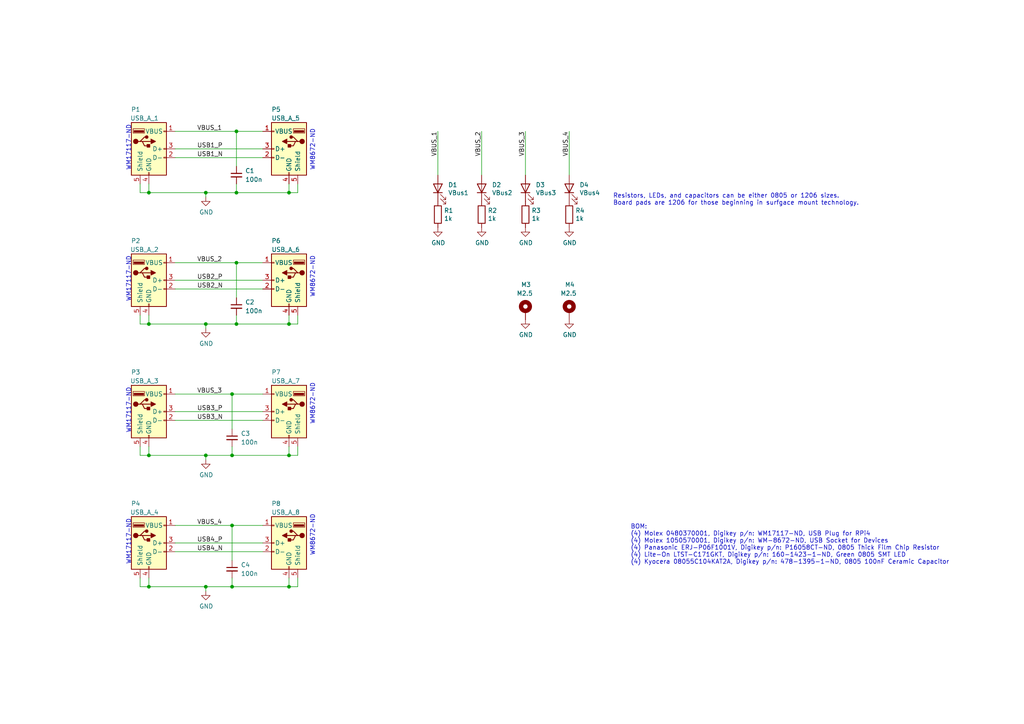
<source format=kicad_sch>
(kicad_sch (version 20211123) (generator eeschema)
  (paper "A4")
  (title_block (title "USB-A Breakout Board for Wigle Bottle") (date "2022-04-10") (rev "1.0") (company "B. Kobe"))
  (lib_symbols
    (symbol "Connector:USB_A" (pin_names (offset 1.016))
      (property "Reference" "J" (at -5.08 11.43 0))
      (property "Value" "USB_A" (at -5.08 8.89 0))
      (symbol "USB_A_0_1"
        (rectangle (start -5.08 -7.62) (end 5.08 7.62) (stroke (width 0.254)) (fill (type background)))
        (circle (center -3.81 2.159) (radius 0.635) (stroke (width 0.254)) (fill (type outline)))
        (rectangle (start -1.524 4.826) (end -4.318 5.334) (fill (type outline)))
        (rectangle (start -1.27 4.572) (end -4.572 5.842))
        (circle (center -0.635 3.429) (radius 0.381) (stroke (width 0.254)) (fill (type outline)))
        (rectangle (start -0.127 -7.62) (end 0.127 -6.858))
        (polyline (pts (xy -3.175 2.159) (xy -2.54 2.159) (xy -1.27 3.429) (xy -0.635 3.429)) (stroke (width 0.254)))
        (polyline (pts (xy -2.54 2.159) (xy -1.905 2.159) (xy -1.27 0.889) (xy 0 0.889)) (stroke (width 0.254)))
        (polyline (pts (xy 0.635 2.794) (xy 0.635 1.524) (xy 1.905 2.159) (xy 0.635 2.794)) (stroke (width 0.254)) (fill (type outline)))
        (rectangle (start 0.254 1.27) (end -0.508 0.508) (stroke (width 0.254)) (fill (type outline)))
        (rectangle (start 5.08 -2.667) (end 4.318 -2.413))
        (rectangle (start 5.08 -0.127) (end 4.318 0.127))
        (rectangle (start 5.08 4.953) (end 4.318 5.207))
      )
      (symbol "USB_A_1_1"
        (polyline (pts (xy -1.905 2.159) (xy 0.635 2.159)) (stroke (width 0.254)))
        (pin power_in line (at 7.62 5.08 180) (length 2.54) (name "VBUS") (number "1"))
        (pin bidirectional line (at 7.62 -2.54 180) (length 2.54) (name "D-") (number "2"))
        (pin bidirectional line (at 7.62 0 180) (length 2.54) (name "D+") (number "3"))
        (pin power_in line (at 0 -10.16 90) (length 2.54) (name "GND") (number "4"))
        (pin passive line (at -2.54 -10.16 90) (length 2.54) (name "Shield") (number "5"))
      )
    )
    (symbol "Device:C_Small" (pin_numbers hide) (pin_names (offset 0.254) hide)
      (property "Reference" "C" (at 0.254 1.778 0))
      (property "Value" "C_Small" (at 0.254 -2.032 0))
      (symbol "C_Small_0_1"
        (polyline (pts (xy -1.524 -0.508) (xy 1.524 -0.508)) (stroke (width 0.3302)))
        (polyline (pts (xy -1.524 0.508) (xy 1.524 0.508)) (stroke (width 0.3048)))
      )
      (symbol "C_Small_1_1"
        (pin passive line (at 0 2.54 270) (length 2.032) (name "~") (number "1"))
        (pin passive line (at 0 -2.54 90) (length 2.032) (name "~") (number "2"))
      )
    )
    (symbol "Device:LED" (pin_numbers hide) (pin_names (offset 1.016) hide)
      (property "Reference" "D" (at 0 2.54 0))
      (property "Value" "LED" (at 0 -2.54 0))
      (symbol "LED_0_1"
        (polyline (pts (xy -1.27 -1.27) (xy -1.27 1.27)) (stroke (width 0.254)))
        (polyline (pts (xy -1.27 0) (xy 1.27 0)))
        (polyline (pts (xy 1.27 -1.27) (xy 1.27 1.27) (xy -1.27 0) (xy 1.27 -1.27)) (stroke (width 0.254)))
        (polyline (pts (xy -3.048 -0.762) (xy -4.572 -2.286) (xy -3.81 -2.286) (xy -4.572 -2.286) (xy -4.572 -1.524)))
        (polyline (pts (xy -1.778 -0.762) (xy -3.302 -2.286) (xy -2.54 -2.286) (xy -3.302 -2.286) (xy -3.302 -1.524)))
      )
      (symbol "LED_1_1"
        (pin passive line (at -3.81 0 0) (length 2.54) (name "K") (number "1"))
        (pin passive line (at 3.81 0 180) (length 2.54) (name "A") (number "2"))
      )
    )
    (symbol "Device:R" (pin_numbers hide) (pin_names (offset 0))
      (property "Reference" "R" (at 2.032 0 90))
      (property "Value" "R" (at 0 0 90))
      (symbol "R_0_1"
        (rectangle (start -1.016 -2.54) (end 1.016 2.54) (stroke (width 0.254)))
      )
      (symbol "R_1_1"
        (pin passive line (at 0 3.81 270) (length 1.27) (name "~") (number "1"))
        (pin passive line (at 0 -3.81 90) (length 1.27) (name "~") (number "2"))
      )
    )
    (symbol "Mechanical:MountingHole_Pad" (pin_numbers hide) (pin_names (offset 1.016) hide)
      (property "Reference" "H" (at 0 6.35 0))
      (property "Value" "MountingHole_Pad" (at 0 4.445 0))
      (symbol "MountingHole_Pad_0_1"
        (circle (center 0 1.27) (radius 1.27) (stroke (width 1.27)))
      )
      (symbol "MountingHole_Pad_1_1"
        (pin input line (at 0 -2.54 90) (length 2.54) (name "1") (number "1"))
      )
    )
    (symbol "power:GND" (power) (pin_names (offset 0))
      (property "Value" "GND" (at 0 -3.81 0))
      (symbol "GND_0_1"
        (polyline (pts (xy 0 0) (xy 0 -1.27) (xy 1.27 -1.27) (xy 0 -2.54) (xy -1.27 -1.27) (xy 0 -1.27)))
      )
      (symbol "GND_1_1"
        (pin power_in line (at 0 0 270) (length 0) hide (name "GND") (number "1"))
      )
    )
  )
  (junction (at 59.69 170.18))
  (junction (at 59.69 132.08))
  (junction (at 43.18 170.18))
  (junction (at 68.58 76.2))
  (junction (at 43.18 55.88))
  (junction (at 67.31 170.18))
  (junction (at 83.82 93.98))
  (junction (at 43.18 93.98))
  (junction (at 83.82 132.08))
  (junction (at 83.82 170.18))
  (junction (at 59.69 93.98))
  (junction (at 59.69 55.88))
  (junction (at 67.31 152.4))
  (junction (at 43.18 132.08))
  (junction (at 68.58 38.1))
  (junction (at 83.82 55.88))
  (junction (at 67.31 132.08))
  (junction (at 67.31 114.3))
  (junction (at 68.58 93.98))
  (junction (at 68.58 55.88))
  (wire (pts (xy 43.18 91.44) (xy 43.18 93.98)))
  (wire (pts (xy 50.8 43.18) (xy 76.2 43.18)))
  (wire (pts (xy 83.82 132.08) (xy 83.82 129.54)))
  (wire (pts (xy 67.31 114.3) (xy 67.31 124.46)))
  (wire (pts (xy 68.58 76.2) (xy 76.2 76.2)))
  (wire (pts (xy 50.8 119.38) (xy 76.2 119.38)))
  (wire (pts (xy 68.58 91.44) (xy 68.58 93.98)))
  (wire (pts (xy 43.18 129.54) (xy 43.18 132.08)))
  (wire (pts (xy 139.7 50.8) (xy 139.7 38.1)))
  (wire (pts (xy 67.31 114.3) (xy 76.2 114.3)))
  (wire (pts (xy 67.31 129.54) (xy 67.31 132.08)))
  (wire (pts (xy 59.69 55.88) (xy 68.58 55.88)))
  (wire (pts (xy 50.8 38.1) (xy 68.58 38.1)))
  (wire (pts (xy 50.8 81.28) (xy 76.2 81.28)))
  (wire (pts (xy 165.1 50.8) (xy 165.1 38.1)))
  (wire (pts (xy 67.31 170.18) (xy 83.82 170.18)))
  (wire (pts (xy 83.82 93.98) (xy 86.36 93.98)))
  (wire (pts (xy 86.36 170.18) (xy 86.36 167.64)))
  (wire (pts (xy 59.69 133.35) (xy 59.69 132.08)))
  (wire (pts (xy 86.36 93.98) (xy 86.36 91.44)))
  (wire (pts (xy 50.8 121.92) (xy 76.2 121.92)))
  (wire (pts (xy 50.8 83.82) (xy 76.2 83.82)))
  (wire (pts (xy 68.58 55.88) (xy 83.82 55.88)))
  (wire (pts (xy 59.69 132.08) (xy 67.31 132.08)))
  (wire (pts (xy 40.64 53.34) (xy 40.64 55.88)))
  (wire (pts (xy 86.36 55.88) (xy 86.36 53.34)))
  (wire (pts (xy 59.69 171.45) (xy 59.69 170.18)))
  (wire (pts (xy 43.18 93.98) (xy 59.69 93.98)))
  (wire (pts (xy 67.31 152.4) (xy 67.31 162.56)))
  (wire (pts (xy 83.82 132.08) (xy 86.36 132.08)))
  (wire (pts (xy 50.8 76.2) (xy 68.58 76.2)))
  (wire (pts (xy 83.82 170.18) (xy 86.36 170.18)))
  (wire (pts (xy 43.18 132.08) (xy 59.69 132.08)))
  (wire (pts (xy 68.58 93.98) (xy 83.82 93.98)))
  (wire (pts (xy 152.4 50.8) (xy 152.4 38.1)))
  (wire (pts (xy 83.82 55.88) (xy 86.36 55.88)))
  (wire (pts (xy 86.36 132.08) (xy 86.36 129.54)))
  (wire (pts (xy 83.82 170.18) (xy 83.82 167.64)))
  (wire (pts (xy 59.69 170.18) (xy 67.31 170.18)))
  (wire (pts (xy 40.64 129.54) (xy 40.64 132.08)))
  (wire (pts (xy 68.58 38.1) (xy 68.58 48.26)))
  (wire (pts (xy 40.64 93.98) (xy 43.18 93.98)))
  (wire (pts (xy 40.64 55.88) (xy 43.18 55.88)))
  (wire (pts (xy 59.69 57.15) (xy 59.69 55.88)))
  (wire (pts (xy 83.82 93.98) (xy 83.82 91.44)))
  (wire (pts (xy 59.69 95.25) (xy 59.69 93.98)))
  (wire (pts (xy 40.64 91.44) (xy 40.64 93.98)))
  (wire (pts (xy 50.8 160.02) (xy 76.2 160.02)))
  (wire (pts (xy 50.8 114.3) (xy 67.31 114.3)))
  (wire (pts (xy 50.8 157.48) (xy 76.2 157.48)))
  (wire (pts (xy 83.82 55.88) (xy 83.82 53.34)))
  (wire (pts (xy 40.64 167.64) (xy 40.64 170.18)))
  (wire (pts (xy 43.18 53.34) (xy 43.18 55.88)))
  (wire (pts (xy 43.18 55.88) (xy 59.69 55.88)))
  (wire (pts (xy 127 50.8) (xy 127 38.1)))
  (wire (pts (xy 40.64 132.08) (xy 43.18 132.08)))
  (wire (pts (xy 59.69 93.98) (xy 68.58 93.98)))
  (wire (pts (xy 67.31 152.4) (xy 76.2 152.4)))
  (wire (pts (xy 43.18 167.64) (xy 43.18 170.18)))
  (wire (pts (xy 40.64 170.18) (xy 43.18 170.18)))
  (wire (pts (xy 67.31 167.64) (xy 67.31 170.18)))
  (wire (pts (xy 68.58 53.34) (xy 68.58 55.88)))
  (wire (pts (xy 50.8 152.4) (xy 67.31 152.4)))
  (wire (pts (xy 67.31 132.08) (xy 83.82 132.08)))
  (wire (pts (xy 68.58 38.1) (xy 76.2 38.1)))
  (wire (pts (xy 68.58 76.2) (xy 68.58 86.36)))
  (wire (pts (xy 50.8 45.72) (xy 76.2 45.72)))
  (wire (pts (xy 43.18 170.18) (xy 59.69 170.18)))
  (text "WM17117-ND" (at 38.1 49.53 90) (effects (font (size 1.27 1.27)) (justify left bottom)))
  (text "BOM:\n(4) Molex 0480370001, Digikey p/n: WM17117-ND, USB Plug for RPi4\n(4) Molex 1050570001, Digikey p/n: WM-8672-ND, USB Socket for Devices\n(4) Panasonic ERJ-P06F1001V, Digikey p/n: P16058CT-ND, 0805 Thick Film Chip Resistor\n(4) Lite-On LTST-C171GKT, Digikey p/n: 160-1423-1-ND, Green 0805 SMT LED\n(4) Kyocera 08055C104KAT2A, Digikey p/n: 478-1395-1-ND, 0805 100nF Ceramic Capacitor" (at 182.88 163.83 0) (effects (font (size 1.27 1.27)) (justify left bottom)))
  (text "WM8672-ND" (at 91.44 161.29 90) (effects (font (size 1.27 1.27)) (justify left bottom)))
  (text "WM8672-ND" (at 91.44 123.19 90) (effects (font (size 1.27 1.27)) (justify left bottom)))
  (text "WM17117-ND" (at 38.1 163.83 90) (effects (font (size 1.27 1.27)) (justify left bottom)))
  (text "Resistors, LEDs, and capacitors can be either 0805 or 1206 sizes.\nBoard pads are 1206 for those beginning in surfgace mount technology." (at 177.8 59.69 0) (effects (font (size 1.27 1.27)) (justify left bottom)))
  (text "WM8672-ND" (at 91.44 49.53 90) (effects (font (size 1.27 1.27)) (justify left bottom)))
  (text "WM17117-ND" (at 38.1 125.73 90) (effects (font (size 1.27 1.27)) (justify left bottom)))
  (text "WM17117-ND" (at 38.1 87.63 90) (effects (font (size 1.27 1.27)) (justify left bottom)))
  (text "WM8672-ND" (at 91.44 86.36 90) (effects (font (size 1.27 1.27)) (justify left bottom)))
  (label "USB4_P" (at 57.15 157.48 0))
  (label "VBUS_1" (at 127 38.1 270))
  (label "VBUS_4" (at 57.15 152.4 0))
  (label "USB3_P" (at 57.15 119.38 0))
  (label "VBUS_1" (at 57.15 38.1 0))
  (label "USB2_P" (at 57.15 81.28 0))
  (label "USB2_N" (at 57.15 83.82 0))
  (label "VBUS_3" (at 152.4 38.1 270))
  (label "VBUS_3" (at 57.15 114.3 0))
  (label "USB1_N" (at 57.15 45.72 0))
  (label "VBUS_2" (at 139.7 38.1 270))
  (label "USB1_P" (at 57.15 43.18 0))
  (label "VBUS_2" (at 57.15 76.2 0))
  (label "USB4_N" (at 57.15 160.02 0))
  (label "USB3_N" (at 57.15 121.92 0))
  (label "VBUS_4" (at 165.1 38.1 270))
  (symbol (lib_id "Connector:USB_A") (at 43.18 43.18 0) (unit 1)
    (property "Reference" "P1" (at 39.37 31.75 0))
    (property "Value" "USB_A_1" (at 41.91 34.29 0))
    (property "Footprint" "Connector_USB:USB_A_Molex_0480370001_Vertical" (effects hide))
    (property "Datasheet" " ~" (effects hide))
  )
  (symbol (lib_id "Connector:USB_A") (at 83.82 43.18 0) (mirror y) (unit 1)
    (property "Reference" "P5" (at 78.74 31.75 0) (effects (justify right)))
    (property "Value" "USB_A_5" (at 78.74 34.29 0) (effects (justify right)))
    (property "Footprint" "Connector_USB:USB_A_Molex_105057_Vertical" (effects hide))
    (property "Datasheet" " ~" (effects hide))
  )
  (symbol (lib_id "power:GND") (at 59.69 57.15 0) (unit 1)
    (property "Reference" "#PWR0101" (effects hide))
    (property "Value" "GND" (at 59.817 61.5442 0))
  )
  (symbol (lib_id "Connector:USB_A") (at 43.18 81.28 0) (unit 1)
    (property "Reference" "P2" (at 39.37 69.85 0))
    (property "Value" "USB_A_2" (at 41.91 72.39 0))
    (property "Footprint" "Connector_USB:USB_A_Molex_0480370001_Vertical" (effects hide))
    (property "Datasheet" " ~" (effects hide))
  )
  (symbol (lib_id "Connector:USB_A") (at 83.82 81.28 0) (mirror y) (unit 1)
    (property "Reference" "P6" (at 78.74 69.85 0) (effects (justify right)))
    (property "Value" "USB_A_6" (at 78.74 72.39 0) (effects (justify right)))
    (property "Footprint" "Connector_USB:USB_A_Molex_105057_Vertical" (effects hide))
    (property "Datasheet" " ~" (effects hide))
  )
  (symbol (lib_id "power:GND") (at 59.69 95.25 0) (unit 1)
    (property "Reference" "#PWR0102" (effects hide))
    (property "Value" "GND" (at 59.817 99.6442 0))
  )
  (symbol (lib_id "Connector:USB_A") (at 43.18 119.38 0) (unit 1)
    (property "Reference" "P3" (at 39.37 107.95 0))
    (property "Value" "USB_A_3" (at 41.91 110.49 0))
    (property "Footprint" "Connector_USB:USB_A_Molex_0480370001_Vertical" (effects hide))
    (property "Datasheet" " ~" (effects hide))
  )
  (symbol (lib_id "Connector:USB_A") (at 83.82 119.38 0) (mirror y) (unit 1)
    (property "Reference" "P7" (at 78.74 107.95 0) (effects (justify right)))
    (property "Value" "USB_A_7" (at 78.74 110.49 0) (effects (justify right)))
    (property "Footprint" "Connector_USB:USB_A_Molex_105057_Vertical" (effects hide))
    (property "Datasheet" " ~" (effects hide))
  )
  (symbol (lib_id "power:GND") (at 59.69 133.35 0) (unit 1)
    (property "Reference" "#PWR0103" (effects hide))
    (property "Value" "GND" (at 59.817 137.7442 0))
  )
  (symbol (lib_id "Connector:USB_A") (at 43.18 157.48 0) (unit 1)
    (property "Reference" "P4" (at 39.37 146.05 0))
    (property "Value" "USB_A_4" (at 41.91 148.59 0))
    (property "Footprint" "Connector_USB:USB_A_Molex_0480370001_Vertical" (effects hide))
    (property "Datasheet" " ~" (effects hide))
  )
  (symbol (lib_id "Connector:USB_A") (at 83.82 157.48 0) (mirror y) (unit 1)
    (property "Reference" "P8" (at 78.74 146.05 0) (effects (justify right)))
    (property "Value" "USB_A_8" (at 78.74 148.59 0) (effects (justify right)))
    (property "Footprint" "Connector_USB:USB_A_Molex_105057_Vertical" (effects hide))
    (property "Datasheet" " ~" (effects hide))
  )
  (symbol (lib_id "power:GND") (at 59.69 171.45 0) (unit 1)
    (property "Reference" "#PWR0104" (effects hide))
    (property "Value" "GND" (at 59.817 175.8442 0))
  )
  (symbol (lib_id "Device:R") (at 127 62.23 0) (unit 1)
    (property "Reference" "R1" (at 128.778 61.0616 0) (effects (justify left)))
    (property "Value" "1k" (at 128.778 63.373 0) (effects (justify left)))
    (property "Footprint" "Resistor_SMD:R_1206_3216Metric" (effects hide))
  )
  (symbol (lib_id "Device:LED") (at 127 54.61 90) (unit 1)
    (property "Reference" "D1" (at 129.9718 53.6194 90) (effects (justify right)))
    (property "Value" "VBus1" (at 129.9718 55.9308 90) (effects (justify right)))
    (property "Footprint" "LED_SMD:LED_1206_3216Metric" (effects hide))
  )
  (symbol (lib_id "power:GND") (at 127 66.04 0) (unit 1)
    (property "Reference" "#PWR0105" (effects hide))
    (property "Value" "GND" (at 127.127 70.4342 0))
  )
  (symbol (lib_id "Device:R") (at 139.7 62.23 0) (unit 1)
    (property "Reference" "R2" (at 141.478 61.0616 0) (effects (justify left)))
    (property "Value" "1k" (at 141.478 63.373 0) (effects (justify left)))
    (property "Footprint" "Resistor_SMD:R_1206_3216Metric" (effects hide))
  )
  (symbol (lib_id "Device:LED") (at 139.7 54.61 90) (unit 1)
    (property "Reference" "D2" (at 142.6718 53.6194 90) (effects (justify right)))
    (property "Value" "VBus2" (at 142.6718 55.9308 90) (effects (justify right)))
    (property "Footprint" "LED_SMD:LED_1206_3216Metric" (effects hide))
  )
  (symbol (lib_id "power:GND") (at 139.7 66.04 0) (unit 1)
    (property "Reference" "#PWR0106" (effects hide))
    (property "Value" "GND" (at 139.827 70.4342 0))
  )
  (symbol (lib_id "Device:R") (at 152.4 62.23 0) (unit 1)
    (property "Reference" "R3" (at 154.178 61.0616 0) (effects (justify left)))
    (property "Value" "1k" (at 154.178 63.373 0) (effects (justify left)))
    (property "Footprint" "Resistor_SMD:R_1206_3216Metric" (effects hide))
  )
  (symbol (lib_id "Device:LED") (at 152.4 54.61 90) (unit 1)
    (property "Reference" "D3" (at 155.3718 53.6194 90) (effects (justify right)))
    (property "Value" "VBus3" (at 155.3718 55.9308 90) (effects (justify right)))
    (property "Footprint" "LED_SMD:LED_1206_3216Metric" (effects hide))
  )
  (symbol (lib_id "power:GND") (at 152.4 66.04 0) (unit 1)
    (property "Reference" "#PWR0107" (effects hide))
    (property "Value" "GND" (at 152.527 70.4342 0))
  )
  (symbol (lib_id "Device:R") (at 165.1 62.23 0) (unit 1)
    (property "Reference" "R4" (at 166.878 61.0616 0) (effects (justify left)))
    (property "Value" "1k" (at 166.878 63.373 0) (effects (justify left)))
    (property "Footprint" "Resistor_SMD:R_1206_3216Metric" (effects hide))
  )
  (symbol (lib_id "Device:LED") (at 165.1 54.61 90) (unit 1)
    (property "Reference" "D4" (at 168.0718 53.6194 90) (effects (justify right)))
    (property "Value" "VBus4" (at 168.0718 55.9308 90) (effects (justify right)))
    (property "Footprint" "LED_SMD:LED_1206_3216Metric" (effects hide))
  )
  (symbol (lib_id "power:GND") (at 165.1 66.04 0) (unit 1)
    (property "Reference" "#PWR0108" (effects hide))
    (property "Value" "GND" (at 165.227 70.4342 0))
  )
  (symbol (lib_id "Mechanical:MountingHole_Pad") (at 152.4 90.17 0) (unit 1)
    (property "Reference" "M3" (at 151.13 82.55 0) (effects (justify left)))
    (property "Value" "M2.5" (at 149.86 85.09 0) (effects (justify left)))
    (property "Footprint" "MountingHole:MountingHole_2.7mm_Pad_Via" (effects hide))
  )
  (symbol (lib_id "power:GND") (at 152.4 92.71 0) (unit 1)
    (property "Reference" "#PWR0111" (effects hide))
    (property "Value" "GND" (at 152.527 97.1042 0))
  )
  (symbol (lib_id "Mechanical:MountingHole_Pad") (at 165.1 90.17 0) (unit 1)
    (property "Reference" "M4" (at 163.83 82.55 0) (effects (justify left)))
    (property "Value" "M2.5" (at 162.56 85.09 0) (effects (justify left)))
    (property "Footprint" "MountingHole:MountingHole_2.7mm_Pad_Via" (effects hide))
  )
  (symbol (lib_id "power:GND") (at 165.1 92.71 0) (unit 1)
    (property "Reference" "#PWR0112" (effects hide))
    (property "Value" "GND" (at 165.227 97.1042 0))
  )
  (symbol (lib_id "Device:C_Small") (at 67.31 127 0) (unit 1)
    (property "Reference" "C3" (at 69.85 125.7362 0) (effects (justify left)))
    (property "Value" "100n" (at 69.85 128.2762 0) (effects (justify left)))
    (property "Footprint" "Capacitor_SMD:C_1206_3216Metric" (effects hide))
  )
  (symbol (lib_id "Device:C_Small") (at 67.31 165.1 0) (unit 1)
    (property "Reference" "C4" (at 69.85 163.8362 0) (effects (justify left)))
    (property "Value" "100n" (at 69.85 166.3762 0) (effects (justify left)))
    (property "Footprint" "Capacitor_SMD:C_1206_3216Metric" (effects hide))
  )
  (symbol (lib_id "Device:C_Small") (at 68.58 88.9 0) (unit 1)
    (property "Reference" "C2" (at 71.12 87.6362 0) (effects (justify left)))
    (property "Value" "100n" (at 71.12 90.1762 0) (effects (justify left)))
    (property "Footprint" "Capacitor_SMD:C_1206_3216Metric" (effects hide))
  )
  (symbol (lib_id "Device:C_Small") (at 68.58 50.8 0) (unit 1)
    (property "Reference" "C1" (at 71.12 49.5362 0) (effects (justify left)))
    (property "Value" "100n" (at 71.12 52.0762 0) (effects (justify left)))
    (property "Footprint" "Capacitor_SMD:C_1206_3216Metric" (effects hide))
  )
)
</source>
